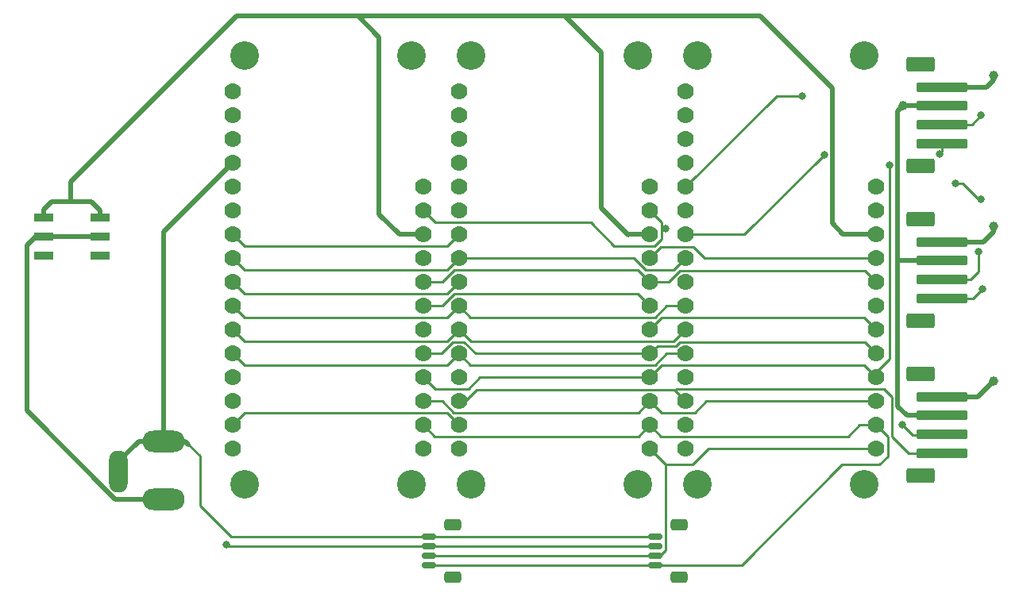
<source format=gbr>
%TF.GenerationSoftware,KiCad,Pcbnew,7.0.10-7.0.10~ubuntu22.04.1*%
%TF.CreationDate,2024-09-09T09:26:16-07:00*%
%TF.ProjectId,iorodeo_feather_tripler_enc1,696f726f-6465-46f5-9f66-656174686572,rev?*%
%TF.SameCoordinates,Original*%
%TF.FileFunction,Copper,L1,Top*%
%TF.FilePolarity,Positive*%
%FSLAX46Y46*%
G04 Gerber Fmt 4.6, Leading zero omitted, Abs format (unit mm)*
G04 Created by KiCad (PCBNEW 7.0.10-7.0.10~ubuntu22.04.1) date 2024-09-09 09:26:16*
%MOMM*%
%LPD*%
G01*
G04 APERTURE LIST*
G04 Aperture macros list*
%AMRoundRect*
0 Rectangle with rounded corners*
0 $1 Rounding radius*
0 $2 $3 $4 $5 $6 $7 $8 $9 X,Y pos of 4 corners*
0 Add a 4 corners polygon primitive as box body*
4,1,4,$2,$3,$4,$5,$6,$7,$8,$9,$2,$3,0*
0 Add four circle primitives for the rounded corners*
1,1,$1+$1,$2,$3*
1,1,$1+$1,$4,$5*
1,1,$1+$1,$6,$7*
1,1,$1+$1,$8,$9*
0 Add four rect primitives between the rounded corners*
20,1,$1+$1,$2,$3,$4,$5,0*
20,1,$1+$1,$4,$5,$6,$7,0*
20,1,$1+$1,$6,$7,$8,$9,0*
20,1,$1+$1,$8,$9,$2,$3,0*%
G04 Aperture macros list end*
%TA.AperFunction,SMDPad,CuDef*%
%ADD10R,2.000000X0.900000*%
%TD*%
%TA.AperFunction,ComponentPad*%
%ADD11O,4.500000X2.300000*%
%TD*%
%TA.AperFunction,ComponentPad*%
%ADD12O,2.000000X4.500000*%
%TD*%
%TA.AperFunction,WasherPad*%
%ADD13C,3.048000*%
%TD*%
%TA.AperFunction,ComponentPad*%
%ADD14C,3.048000*%
%TD*%
%TA.AperFunction,ComponentPad*%
%ADD15C,1.778000*%
%TD*%
%TA.AperFunction,SMDPad,CuDef*%
%ADD16RoundRect,0.250000X2.500000X-0.250000X2.500000X0.250000X-2.500000X0.250000X-2.500000X-0.250000X0*%
%TD*%
%TA.AperFunction,SMDPad,CuDef*%
%ADD17RoundRect,0.250000X1.250000X-0.550000X1.250000X0.550000X-1.250000X0.550000X-1.250000X-0.550000X0*%
%TD*%
%TA.AperFunction,SMDPad,CuDef*%
%ADD18RoundRect,0.150000X-0.625000X0.150000X-0.625000X-0.150000X0.625000X-0.150000X0.625000X0.150000X0*%
%TD*%
%TA.AperFunction,SMDPad,CuDef*%
%ADD19RoundRect,0.250000X-0.650000X0.350000X-0.650000X-0.350000X0.650000X-0.350000X0.650000X0.350000X0*%
%TD*%
%TA.AperFunction,ViaPad*%
%ADD20C,1.000000*%
%TD*%
%TA.AperFunction,ViaPad*%
%ADD21C,0.800000*%
%TD*%
%TA.AperFunction,Conductor*%
%ADD22C,0.500000*%
%TD*%
%TA.AperFunction,Conductor*%
%ADD23C,0.250000*%
%TD*%
G04 APERTURE END LIST*
D10*
%TO.P,SW1,1,A*%
%TO.N,unconnected-(SW1-A-Pad1)*%
X49324000Y-79216000D03*
%TO.P,SW1,2,B*%
%TO.N,/VUSB*%
X49324000Y-77216000D03*
%TO.P,SW1,3,C*%
%TO.N,/5V*%
X49324000Y-75216000D03*
%TO.P,SW1,4,A*%
%TO.N,unconnected-(SW1-A-Pad4)*%
X55324000Y-79216000D03*
%TO.P,SW1,5,B*%
%TO.N,/VUSB*%
X55324000Y-77216000D03*
%TO.P,SW1,6,C*%
%TO.N,/5V*%
X55324000Y-75216000D03*
%TD*%
D11*
%TO.P,J1,1*%
%TO.N,/VUSB*%
X62086300Y-105239700D03*
%TO.P,J1,2*%
%TO.N,GND*%
X62086300Y-99039700D03*
D12*
%TO.P,J1,3*%
X57286300Y-102289700D03*
%TD*%
D13*
%TO.P,U1,*%
%TO.N,*%
X88519000Y-103657400D03*
D14*
X88519000Y-57937400D03*
D13*
X70739000Y-103657400D03*
D14*
X70739000Y-57937400D03*
D15*
%TO.P,U1,1,SDA*%
%TO.N,/SDA*%
X89789000Y-99847400D03*
%TO.P,U1,2,SCL*%
%TO.N,/SCL*%
X89789000Y-97307400D03*
%TO.P,U1,3,D5*%
%TO.N,/D5*%
X89789000Y-94767400D03*
%TO.P,U1,4,D6*%
%TO.N,/D6*%
X89789000Y-92227400D03*
%TO.P,U1,5,D9*%
%TO.N,/D9*%
X89789000Y-89687400D03*
%TO.P,U1,6,D10*%
%TO.N,/D10*%
X89789000Y-87147400D03*
%TO.P,U1,7,D11*%
%TO.N,/D11*%
X89789000Y-84607400D03*
%TO.P,U1,8,D12*%
%TO.N,/D12*%
X89789000Y-82067400D03*
%TO.P,U1,9,D13*%
%TO.N,/D13*%
X89789000Y-79527400D03*
%TO.P,U1,10,VUSB*%
%TO.N,/5V*%
X89789000Y-76987400D03*
%TO.P,U1,11,EN*%
%TO.N,/EN*%
X89789000Y-74447400D03*
%TO.P,U1,12,BAT*%
%TO.N,/BAT*%
X89789000Y-71907400D03*
%TO.P,U1,13,RST*%
%TO.N,/RST*%
X69469000Y-61747400D03*
%TO.P,U1,14,3V3*%
%TO.N,/3V3*%
X69469000Y-64287400D03*
%TO.P,U1,15,AREF*%
%TO.N,/AREF*%
X69469000Y-66827400D03*
%TO.P,U1,16,GND*%
%TO.N,GND*%
X69469000Y-69367400D03*
%TO.P,U1,17,A0*%
%TO.N,/A0*%
X69469000Y-71907400D03*
%TO.P,U1,18,A1*%
%TO.N,/A1*%
X69469000Y-74447400D03*
%TO.P,U1,19,A2*%
%TO.N,/A2*%
X69469000Y-76987400D03*
%TO.P,U1,20,A3*%
%TO.N,/A3*%
X69469000Y-79527400D03*
%TO.P,U1,21,A4*%
%TO.N,/A4*%
X69469000Y-82067400D03*
%TO.P,U1,22,A5*%
%TO.N,/A5*%
X69469000Y-84607400D03*
%TO.P,U1,23,SCK*%
%TO.N,/SCK*%
X69469000Y-87147400D03*
%TO.P,U1,24,MOSI*%
%TO.N,/MOSI*%
X69469000Y-89687400D03*
%TO.P,U1,25,MISO*%
%TO.N,/MISO*%
X69469000Y-92227400D03*
%TO.P,U1,26,RX*%
%TO.N,/RX*%
X69469000Y-94767400D03*
%TO.P,U1,27,TX*%
%TO.N,/TX*%
X69469000Y-97307400D03*
%TO.P,U1,28,NOS*%
%TO.N,unconnected-(U1-NOS-Pad28)*%
X69469000Y-99847400D03*
%TD*%
D13*
%TO.P,U3,*%
%TO.N,*%
X136779000Y-103657400D03*
D14*
X136779000Y-57937400D03*
D13*
X118999000Y-103657400D03*
D14*
X118999000Y-57937400D03*
D15*
%TO.P,U3,1,SDA*%
%TO.N,/SDA*%
X138049000Y-99847400D03*
%TO.P,U3,2,SCL*%
%TO.N,/SCL*%
X138049000Y-97307400D03*
%TO.P,U3,3,D5*%
%TO.N,/D5*%
X138049000Y-94767400D03*
%TO.P,U3,4,D6*%
%TO.N,/D6*%
X138049000Y-92227400D03*
%TO.P,U3,5,D9*%
%TO.N,/D9*%
X138049000Y-89687400D03*
%TO.P,U3,6,D10*%
%TO.N,/D10*%
X138049000Y-87147400D03*
%TO.P,U3,7,D11*%
%TO.N,/D11*%
X138049000Y-84607400D03*
%TO.P,U3,8,D12*%
%TO.N,/D12*%
X138049000Y-82067400D03*
%TO.P,U3,9,D13*%
%TO.N,/D13*%
X138049000Y-79527400D03*
%TO.P,U3,10,VUSB*%
%TO.N,/5V*%
X138049000Y-76987400D03*
%TO.P,U3,11,EN*%
%TO.N,/EN*%
X138049000Y-74447400D03*
%TO.P,U3,12,BAT*%
%TO.N,/BAT*%
X138049000Y-71907400D03*
%TO.P,U3,13,RST*%
%TO.N,/RST*%
X117729000Y-61747400D03*
%TO.P,U3,14,3V3*%
%TO.N,/3V3*%
X117729000Y-64287400D03*
%TO.P,U3,15,AREF*%
%TO.N,/AREF*%
X117729000Y-66827400D03*
%TO.P,U3,16,GND*%
%TO.N,GND*%
X117729000Y-69367400D03*
%TO.P,U3,17,A0*%
%TO.N,/A0*%
X117729000Y-71907400D03*
%TO.P,U3,18,A1*%
%TO.N,/A1*%
X117729000Y-74447400D03*
%TO.P,U3,19,A2*%
%TO.N,/A2*%
X117729000Y-76987400D03*
%TO.P,U3,20,A3*%
%TO.N,/A3*%
X117729000Y-79527400D03*
%TO.P,U3,21,A4*%
%TO.N,/A4*%
X117729000Y-82067400D03*
%TO.P,U3,22,A5*%
%TO.N,/A5*%
X117729000Y-84607400D03*
%TO.P,U3,23,SCK*%
%TO.N,/SCK*%
X117729000Y-87147400D03*
%TO.P,U3,24,MOSI*%
%TO.N,/MOSI*%
X117729000Y-89687400D03*
%TO.P,U3,25,MISO*%
%TO.N,/MISO*%
X117729000Y-92227400D03*
%TO.P,U3,26,RX*%
%TO.N,/RX*%
X117729000Y-94767400D03*
%TO.P,U3,27,TX*%
%TO.N,/TX*%
X117729000Y-97307400D03*
%TO.P,U3,28,NOS*%
%TO.N,unconnected-(U3-NOS-Pad28)*%
X117729000Y-99847400D03*
%TD*%
D13*
%TO.P,U2,*%
%TO.N,*%
X112649000Y-103657400D03*
D14*
X112649000Y-57937400D03*
D13*
X94869000Y-103657400D03*
D14*
X94869000Y-57937400D03*
D15*
%TO.P,U2,1,SDA*%
%TO.N,/SDA*%
X113919000Y-99847400D03*
%TO.P,U2,2,SCL*%
%TO.N,/SCL*%
X113919000Y-97307400D03*
%TO.P,U2,3,D5*%
%TO.N,/D5*%
X113919000Y-94767400D03*
%TO.P,U2,4,D6*%
%TO.N,/D6*%
X113919000Y-92227400D03*
%TO.P,U2,5,D9*%
%TO.N,/D9*%
X113919000Y-89687400D03*
%TO.P,U2,6,D10*%
%TO.N,/D10*%
X113919000Y-87147400D03*
%TO.P,U2,7,D11*%
%TO.N,/D11*%
X113919000Y-84607400D03*
%TO.P,U2,8,D12*%
%TO.N,/D12*%
X113919000Y-82067400D03*
%TO.P,U2,9,D13*%
%TO.N,/D13*%
X113919000Y-79527400D03*
%TO.P,U2,10,VUSB*%
%TO.N,/5V*%
X113919000Y-76987400D03*
%TO.P,U2,11,EN*%
%TO.N,/EN*%
X113919000Y-74447400D03*
%TO.P,U2,12,BAT*%
%TO.N,/BAT*%
X113919000Y-71907400D03*
%TO.P,U2,13,RST*%
%TO.N,/RST*%
X93599000Y-61747400D03*
%TO.P,U2,14,3V3*%
%TO.N,/3V3*%
X93599000Y-64287400D03*
%TO.P,U2,15,AREF*%
%TO.N,/AREF*%
X93599000Y-66827400D03*
%TO.P,U2,16,GND*%
%TO.N,GND*%
X93599000Y-69367400D03*
%TO.P,U2,17,A0*%
%TO.N,/A0*%
X93599000Y-71907400D03*
%TO.P,U2,18,A1*%
%TO.N,/A1*%
X93599000Y-74447400D03*
%TO.P,U2,19,A2*%
%TO.N,/A2*%
X93599000Y-76987400D03*
%TO.P,U2,20,A3*%
%TO.N,/A3*%
X93599000Y-79527400D03*
%TO.P,U2,21,A4*%
%TO.N,/A4*%
X93599000Y-82067400D03*
%TO.P,U2,22,A5*%
%TO.N,/A5*%
X93599000Y-84607400D03*
%TO.P,U2,23,SCK*%
%TO.N,/SCK*%
X93599000Y-87147400D03*
%TO.P,U2,24,MOSI*%
%TO.N,/MOSI*%
X93599000Y-89687400D03*
%TO.P,U2,25,MISO*%
%TO.N,/MISO*%
X93599000Y-92227400D03*
%TO.P,U2,26,RX*%
%TO.N,/RX*%
X93599000Y-94767400D03*
%TO.P,U2,27,TX*%
%TO.N,/TX*%
X93599000Y-97307400D03*
%TO.P,U2,28,NOS*%
%TO.N,unconnected-(U2-NOS-Pad28)*%
X93599000Y-99847400D03*
%TD*%
D16*
%TO.P,J2,1,Pin_1*%
%TO.N,Net-(J2-Pin_1)*%
X145050000Y-67287400D03*
%TO.P,J2,2,Pin_2*%
%TO.N,Net-(J2-Pin_2)*%
X145050000Y-65287400D03*
%TO.P,J2,3,Pin_3*%
%TO.N,/3V3*%
X145050000Y-63287400D03*
%TO.P,J2,4,Pin_4*%
%TO.N,GND*%
X145050000Y-61287400D03*
D17*
%TO.P,J2,MP*%
%TO.N,N/C*%
X142800000Y-58887400D03*
X142800000Y-69687400D03*
%TD*%
D16*
%TO.P,J3,1,Pin_1*%
%TO.N,Net-(J3-Pin_1)*%
X145050000Y-83797400D03*
%TO.P,J3,2,Pin_2*%
%TO.N,Net-(J3-Pin_2)*%
X145050000Y-81797400D03*
%TO.P,J3,3,Pin_3*%
%TO.N,/3V3*%
X145050000Y-79797400D03*
%TO.P,J3,4,Pin_4*%
%TO.N,GND*%
X145050000Y-77797400D03*
D17*
%TO.P,J3,MP*%
%TO.N,N/C*%
X142800000Y-75397400D03*
X142800000Y-86197400D03*
%TD*%
D16*
%TO.P,J4,1,Pin_1*%
%TO.N,/RX*%
X145050000Y-100307400D03*
%TO.P,J4,2,Pin_2*%
%TO.N,/TX*%
X145050000Y-98307400D03*
%TO.P,J4,3,Pin_3*%
%TO.N,/3V3*%
X145050000Y-96307400D03*
%TO.P,J4,4,Pin_4*%
%TO.N,GND*%
X145050000Y-94307400D03*
D17*
%TO.P,J4,MP*%
%TO.N,N/C*%
X142800000Y-91907400D03*
X142800000Y-102707400D03*
%TD*%
D18*
%TO.P,J5,1,Pin_1*%
%TO.N,GND*%
X90369000Y-109244000D03*
%TO.P,J5,2,Pin_2*%
%TO.N,/3V3*%
X90369000Y-110244000D03*
%TO.P,J5,3,Pin_3*%
%TO.N,/SDA*%
X90369000Y-111244000D03*
%TO.P,J5,4,Pin_4*%
%TO.N,/SCL*%
X90369000Y-112244000D03*
D19*
%TO.P,J5,MP*%
%TO.N,N/C*%
X92894000Y-107944000D03*
X92894000Y-113544000D03*
%TD*%
D18*
%TO.P,J6,1,Pin_1*%
%TO.N,GND*%
X114499000Y-109244000D03*
%TO.P,J6,2,Pin_2*%
%TO.N,/3V3*%
X114499000Y-110244000D03*
%TO.P,J6,3,Pin_3*%
%TO.N,/SDA*%
X114499000Y-111244000D03*
%TO.P,J6,4,Pin_4*%
%TO.N,/SCL*%
X114499000Y-112244000D03*
D19*
%TO.P,J6,MP*%
%TO.N,N/C*%
X117024000Y-107944000D03*
X117024000Y-113544000D03*
%TD*%
D20*
%TO.N,GND*%
X150600000Y-60050000D03*
X150550000Y-76150000D03*
X150550000Y-92600000D03*
D21*
%TO.N,/D10*%
X149200000Y-73250000D03*
X146539700Y-71542300D03*
%TO.N,/A0*%
X130173400Y-62222700D03*
D20*
%TO.N,/3V3*%
X140900000Y-63287400D03*
D21*
X68757800Y-110084000D03*
%TO.N,/TX*%
X140850000Y-97300000D03*
%TO.N,/D6*%
X139478200Y-69628900D03*
%TO.N,/EN*%
X115597000Y-76354100D03*
%TO.N,/A2*%
X132497900Y-68511900D03*
%TO.N,Net-(J2-Pin_1)*%
X144845300Y-68392600D03*
%TO.N,Net-(J2-Pin_2)*%
X149250000Y-64300000D03*
%TO.N,Net-(J3-Pin_1)*%
X149350000Y-82800000D03*
%TO.N,Net-(J3-Pin_2)*%
X148925000Y-78867597D03*
%TD*%
D22*
%TO.N,/5V*%
X50114200Y-73533000D02*
X52197000Y-73533000D01*
X104826000Y-53721000D02*
X108712000Y-57607200D01*
X104826000Y-53721000D02*
X125654000Y-53721000D01*
X134518000Y-76987400D02*
X138049000Y-76987400D01*
X52197000Y-73533000D02*
X54406800Y-73533000D01*
X111582000Y-77063600D02*
X111658000Y-76987400D01*
X125654000Y-53721000D02*
X133350000Y-61417200D01*
X82829400Y-53721000D02*
X69900800Y-53721000D01*
X108712000Y-57607200D02*
X108712000Y-74193400D01*
X52222400Y-73507600D02*
X52197000Y-73533000D01*
X49324000Y-74323200D02*
X50114200Y-73533000D01*
X108712000Y-74193400D02*
X111582000Y-77063600D01*
X85064600Y-74828400D02*
X85064600Y-55956200D01*
X133350000Y-75819000D02*
X134518000Y-76987400D01*
X89789000Y-76987400D02*
X87223600Y-76987400D01*
X69900800Y-53721000D02*
X52222400Y-71399400D01*
X133350000Y-61417200D02*
X133350000Y-75819000D01*
X54406800Y-73533000D02*
X55324000Y-74450200D01*
X85064600Y-55956200D02*
X82829400Y-53721000D01*
X87223600Y-76987400D02*
X85064600Y-74828400D01*
X82829400Y-53721000D02*
X104826000Y-53721000D01*
X111658000Y-76987400D02*
X113919000Y-76987400D01*
X49324000Y-75216000D02*
X49324000Y-74323200D01*
X52222400Y-71399400D02*
X52222400Y-73507600D01*
X55324000Y-74450200D02*
X55324000Y-75216000D01*
%TO.N,GND*%
X59430800Y-99039800D02*
X62086200Y-99039800D01*
X57286300Y-102289700D02*
X57286300Y-102290000D01*
X57286300Y-101737000D02*
X57286300Y-102289700D01*
X145050000Y-94307400D02*
X148843000Y-94307400D01*
X57286200Y-101737000D02*
X57286200Y-101184000D01*
X149453000Y-77797400D02*
X145050000Y-77797400D01*
X148843000Y-94307400D02*
X150550000Y-92600000D01*
X62086200Y-99039800D02*
X62086200Y-89652900D01*
X57286200Y-101184000D02*
X59430800Y-99039800D01*
D23*
X65963800Y-105931000D02*
X65963800Y-100584000D01*
D22*
X62086200Y-89652900D02*
X62086200Y-76750100D01*
X62086200Y-76750100D02*
X69469000Y-69367400D01*
X62086300Y-89653000D02*
X62086300Y-99039700D01*
D23*
X69276500Y-109244000D02*
X65963800Y-105931000D01*
D22*
X64419500Y-99039700D02*
X64744600Y-99364800D01*
X150550000Y-76150000D02*
X150550000Y-76700000D01*
X150600000Y-60050000D02*
X150600000Y-60524800D01*
X62086200Y-89652900D02*
X62086300Y-89653000D01*
X57286200Y-102290000D02*
X57286200Y-101737000D01*
X57286200Y-101737000D02*
X57286300Y-101737000D01*
X149837000Y-61287400D02*
X145050000Y-61287400D01*
X150550000Y-76700000D02*
X149453000Y-77797400D01*
X150600000Y-60524800D02*
X149837000Y-61287400D01*
X62086300Y-99039700D02*
X64419500Y-99039700D01*
D23*
X65963800Y-100584000D02*
X64744600Y-99364800D01*
X90369000Y-109244000D02*
X69276500Y-109244000D01*
X90369000Y-109244000D02*
X114499000Y-109244000D01*
%TO.N,/D10*%
X113919000Y-87147400D02*
X115189000Y-85877400D01*
X147292300Y-71542300D02*
X146539700Y-71542300D01*
X149000000Y-73250000D02*
X147292300Y-71542300D01*
X149200000Y-73250000D02*
X149000000Y-73250000D01*
X115189000Y-85877400D02*
X136779000Y-85877400D01*
X136779000Y-85877400D02*
X138049000Y-87147400D01*
%TO.N,/A0*%
X127413700Y-62222700D02*
X130173400Y-62222700D01*
X117729000Y-71907400D02*
X127413700Y-62222700D01*
%TO.N,/3V3*%
X90369000Y-110244000D02*
X114499000Y-110244000D01*
X68918200Y-110244000D02*
X90369000Y-110244000D01*
D22*
X141357000Y-96307400D02*
X145050000Y-96307400D01*
X140350000Y-79800000D02*
X140350000Y-95300000D01*
X140350000Y-95300000D02*
X141357000Y-96307400D01*
X140350000Y-79800000D02*
X140850000Y-79800000D01*
X140850000Y-79800000D02*
X140853000Y-79797400D01*
X140900000Y-63287400D02*
X145050000Y-63287400D01*
X140900000Y-63287400D02*
X140350000Y-63837400D01*
X140853000Y-79797400D02*
X145050000Y-79797400D01*
D23*
X68757800Y-110084000D02*
X68918200Y-110244000D01*
D22*
X140350000Y-63837400D02*
X140350000Y-79800000D01*
D23*
%TO.N,/D11*%
X138049000Y-84582000D02*
X138049000Y-84607400D01*
X112650000Y-83338900D02*
X113919000Y-84607400D01*
X91788800Y-84607400D02*
X93057300Y-83338900D01*
X89789000Y-84607400D02*
X91788800Y-84607400D01*
X93057300Y-83338900D02*
X112650000Y-83338900D01*
%TO.N,/RX*%
X116626400Y-93664900D02*
X117729000Y-94767400D01*
X139745000Y-94345000D02*
X138897400Y-93497400D01*
X138897400Y-93497400D02*
X116793900Y-93497400D01*
X116513000Y-93551500D02*
X116626400Y-93664900D01*
X141507400Y-100307400D02*
X139745000Y-98545000D01*
X95453900Y-93551500D02*
X116513000Y-93551500D01*
X116793900Y-93497400D02*
X116626400Y-93664900D01*
X139745000Y-98545000D02*
X139745000Y-94345000D01*
X145050000Y-100307400D02*
X141507400Y-100307400D01*
X94238000Y-94767400D02*
X95453900Y-93551500D01*
X93599000Y-94767400D02*
X94238000Y-94767400D01*
%TO.N,/TX*%
X93599000Y-97307400D02*
X92329000Y-96037400D01*
X145007400Y-98350000D02*
X145050000Y-98307400D01*
X141900000Y-98350000D02*
X145007400Y-98350000D01*
X92329000Y-96037400D02*
X70739000Y-96037400D01*
X140850000Y-97300000D02*
X141900000Y-98350000D01*
X70739000Y-96037400D02*
X69469000Y-97307400D01*
%TO.N,/SDA*%
X120179000Y-99847400D02*
X138049000Y-99847400D01*
X114499000Y-111244000D02*
X115050000Y-111244000D01*
X115050000Y-111244000D02*
X115624000Y-110669000D01*
X118473000Y-101553000D02*
X120179000Y-99847400D01*
X115624000Y-101553000D02*
X113919000Y-99847400D01*
X115624000Y-101553000D02*
X118473000Y-101553000D01*
X90369000Y-111244000D02*
X114499000Y-111244000D01*
X115624000Y-110669000D02*
X115624000Y-101553000D01*
%TO.N,/SCL*%
X138049000Y-97307400D02*
X136292600Y-97307400D01*
X115135000Y-98523300D02*
X113919000Y-97307400D01*
X90369000Y-112244000D02*
X114499000Y-112244000D01*
X89789000Y-97307400D02*
X91004900Y-98523300D01*
X114499000Y-112244000D02*
X123728000Y-112244000D01*
X91004900Y-98523300D02*
X112703000Y-98523300D01*
X138417000Y-101533000D02*
X139300000Y-100650000D01*
X136292600Y-97307400D02*
X135076700Y-98523300D01*
X123728000Y-112244000D02*
X134439000Y-101533000D01*
X112703000Y-98523300D02*
X113919000Y-97307400D01*
X135076700Y-98523300D02*
X115135000Y-98523300D01*
X139295000Y-98731396D02*
X139295000Y-98553400D01*
X139295000Y-98553400D02*
X138049000Y-97307400D01*
X139300000Y-100650000D02*
X139300000Y-98736396D01*
X134439000Y-101533000D02*
X138417000Y-101533000D01*
X139300000Y-98736396D02*
X139295000Y-98731396D01*
D22*
%TO.N,/VUSB*%
X62086200Y-105240000D02*
X62086000Y-105240000D01*
X62086200Y-105240000D02*
X62086300Y-105240000D01*
X62086000Y-105240000D02*
X62086200Y-105240000D01*
X62086300Y-105240000D02*
X62086300Y-105239700D01*
X47498000Y-95802100D02*
X47498000Y-78155800D01*
X47498000Y-78155800D02*
X48437800Y-77216000D01*
X62086000Y-105240000D02*
X56935600Y-105240000D01*
X56935600Y-105240000D02*
X47498000Y-95802100D01*
X48437800Y-77216000D02*
X49324000Y-77216000D01*
X55324000Y-77216000D02*
X49324000Y-77216000D01*
D23*
%TO.N,/D5*%
X113919000Y-94767400D02*
X115138000Y-95986200D01*
X112700000Y-95986200D02*
X93007600Y-95986200D01*
X93007600Y-95986200D02*
X91788800Y-94767400D01*
X115138000Y-95986200D02*
X118732000Y-95986200D01*
X119951000Y-94767400D02*
X138049000Y-94767400D01*
X118732000Y-95986200D02*
X119951000Y-94767400D01*
X91788800Y-94767400D02*
X89789000Y-94767400D01*
X113919000Y-94767400D02*
X112700000Y-95986200D01*
%TO.N,/D6*%
X139478200Y-90227600D02*
X139478200Y-69628900D01*
X95820700Y-92227400D02*
X113919000Y-92227400D01*
X94562700Y-93485400D02*
X95820700Y-92227400D01*
X91047000Y-93485400D02*
X94562700Y-93485400D01*
X137763700Y-91942100D02*
X136779000Y-90957400D01*
X89789000Y-92227400D02*
X91047000Y-93485400D01*
X136779000Y-90957400D02*
X115189000Y-90957400D01*
X115189000Y-90957400D02*
X113919000Y-92227400D01*
X137763700Y-91942100D02*
X139478200Y-90227600D01*
X138049000Y-92227400D02*
X137763700Y-91942100D01*
%TO.N,/D9*%
X91695900Y-89687400D02*
X92918600Y-88464700D01*
X117149000Y-88471500D02*
X116727000Y-88893100D01*
X92918600Y-88464700D02*
X94112100Y-88464700D01*
X114713000Y-88893100D02*
X113919000Y-89687400D01*
X89789000Y-89687400D02*
X91695900Y-89687400D01*
X138049000Y-89687400D02*
X136833000Y-88471500D01*
X136833000Y-88471500D02*
X117149000Y-88471500D01*
X95334800Y-89687400D02*
X113919000Y-89687400D01*
X116727000Y-88893100D02*
X114713000Y-88893100D01*
X94112100Y-88464700D02*
X95334800Y-89687400D01*
%TO.N,/D12*%
X138049000Y-82067400D02*
X136833000Y-80851500D01*
X117149000Y-80851500D02*
X115933000Y-82067400D01*
X115933000Y-82067400D02*
X113919000Y-82067400D01*
X91788800Y-82067400D02*
X93057300Y-80798900D01*
X89789000Y-82067400D02*
X91788800Y-82067400D01*
X112650000Y-80798900D02*
X113919000Y-82067400D01*
X93057300Y-80798900D02*
X112650000Y-80798900D01*
X136833000Y-80851500D02*
X117149000Y-80851500D01*
%TO.N,/D13*%
X113919000Y-79527400D02*
X115136000Y-78309900D01*
X115136000Y-78309900D02*
X118546000Y-78309900D01*
X119763000Y-79527400D02*
X138049000Y-79527400D01*
X118546000Y-78309900D02*
X119763000Y-79527400D01*
%TO.N,/EN*%
X110108000Y-78204000D02*
X114444000Y-78204000D01*
X115145000Y-76354100D02*
X115597000Y-76354100D01*
X107622000Y-75717400D02*
X110108000Y-78204000D01*
X115145000Y-75673000D02*
X113919000Y-74447400D01*
X91059000Y-75717400D02*
X107622000Y-75717400D01*
X89789000Y-74447400D02*
X91059000Y-75717400D01*
X115145000Y-77503900D02*
X115145000Y-76354100D01*
X115145000Y-76354100D02*
X115145000Y-75673000D01*
X114444000Y-78204000D02*
X115145000Y-77503900D01*
%TO.N,/A2*%
X93599000Y-76987400D02*
X92329000Y-78257400D01*
X124022400Y-76987400D02*
X132497900Y-68511900D01*
X92329000Y-78257400D02*
X70739000Y-78257400D01*
X117729000Y-76987400D02*
X124022400Y-76987400D01*
X70739000Y-78257400D02*
X69469000Y-76987400D01*
%TO.N,/A3*%
X70739000Y-80797400D02*
X69469000Y-79527400D01*
X112200000Y-79527400D02*
X113470000Y-80797400D01*
X113470000Y-80797400D02*
X116459000Y-80797400D01*
X92329000Y-80797400D02*
X70739000Y-80797400D01*
X93599000Y-79527400D02*
X92329000Y-80797400D01*
X93599000Y-79527400D02*
X112200000Y-79527400D01*
X116459000Y-80797400D02*
X117729000Y-79527400D01*
%TO.N,/A4*%
X92329000Y-83337400D02*
X70739000Y-83337400D01*
X70739000Y-83337400D02*
X69469000Y-82067400D01*
X93599000Y-82067400D02*
X92329000Y-83337400D01*
%TO.N,/A5*%
X115702000Y-84607400D02*
X117729000Y-84607400D01*
X93599000Y-84607400D02*
X92329000Y-85877400D01*
X70739000Y-85877400D02*
X69469000Y-84607400D01*
X114486000Y-85823300D02*
X115702000Y-84607400D01*
X94814900Y-85823300D02*
X114486000Y-85823300D01*
X92329000Y-85877400D02*
X70739000Y-85877400D01*
X93599000Y-84607400D02*
X94814900Y-85823300D01*
%TO.N,/SCK*%
X70739000Y-88417400D02*
X69469000Y-87147400D01*
X94869000Y-88417400D02*
X93599000Y-87147400D01*
X116459000Y-88417400D02*
X94869000Y-88417400D01*
X93596800Y-87147400D02*
X92326800Y-88417400D01*
X92326800Y-88417400D02*
X70739000Y-88417400D01*
X117729000Y-87147400D02*
X116459000Y-88417400D01*
X93599000Y-87147400D02*
X93596800Y-87147400D01*
%TO.N,/MOSI*%
X94814900Y-90903300D02*
X114499000Y-90903300D01*
X92329000Y-90957400D02*
X70739000Y-90957400D01*
X114499000Y-90903300D02*
X115715000Y-89687400D01*
X93599000Y-89687400D02*
X94814900Y-90903300D01*
X115715000Y-89687400D02*
X117729000Y-89687400D01*
X93599000Y-89687400D02*
X92329000Y-90957400D01*
X70739000Y-90957400D02*
X69469000Y-89687400D01*
%TO.N,Net-(J2-Pin_1)*%
X144845300Y-68392600D02*
X145050000Y-68187900D01*
X145050000Y-68187900D02*
X145050000Y-67287400D01*
%TO.N,Net-(J2-Pin_2)*%
X148262600Y-65287400D02*
X145050000Y-65287400D01*
X149250000Y-64300000D02*
X148262600Y-65287400D01*
%TO.N,Net-(J3-Pin_1)*%
X148352600Y-83797400D02*
X145050000Y-83797400D01*
X149350000Y-82800000D02*
X148352600Y-83797400D01*
%TO.N,Net-(J3-Pin_2)*%
X148925000Y-78867597D02*
X148925000Y-80975000D01*
X148102600Y-81797400D02*
X145050000Y-81797400D01*
X148925000Y-80975000D02*
X148102600Y-81797400D01*
%TD*%
M02*

</source>
